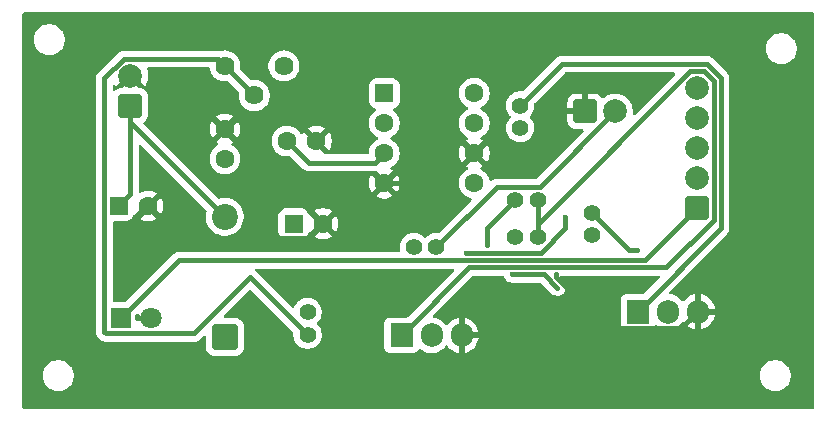
<source format=gbr>
%TF.GenerationSoftware,KiCad,Pcbnew,9.0.6*%
%TF.CreationDate,2025-12-16T12:20:02+05:30*%
%TF.ProjectId,MINI INVERTER,4d494e49-2049-44e5-9645-525445522e6b,rev?*%
%TF.SameCoordinates,Original*%
%TF.FileFunction,Copper,L2,Bot*%
%TF.FilePolarity,Positive*%
%FSLAX46Y46*%
G04 Gerber Fmt 4.6, Leading zero omitted, Abs format (unit mm)*
G04 Created by KiCad (PCBNEW 9.0.6) date 2025-12-16 12:20:02*
%MOMM*%
%LPD*%
G01*
G04 APERTURE LIST*
G04 Aperture macros list*
%AMRoundRect*
0 Rectangle with rounded corners*
0 $1 Rounding radius*
0 $2 $3 $4 $5 $6 $7 $8 $9 X,Y pos of 4 corners*
0 Add a 4 corners polygon primitive as box body*
4,1,4,$2,$3,$4,$5,$6,$7,$8,$9,$2,$3,0*
0 Add four circle primitives for the rounded corners*
1,1,$1+$1,$2,$3*
1,1,$1+$1,$4,$5*
1,1,$1+$1,$6,$7*
1,1,$1+$1,$8,$9*
0 Add four rect primitives between the rounded corners*
20,1,$1+$1,$2,$3,$4,$5,0*
20,1,$1+$1,$4,$5,$6,$7,0*
20,1,$1+$1,$6,$7,$8,$9,0*
20,1,$1+$1,$8,$9,$2,$3,0*%
G04 Aperture macros list end*
%TA.AperFunction,ComponentPad*%
%ADD10RoundRect,0.250000X-0.550000X-0.550000X0.550000X-0.550000X0.550000X0.550000X-0.550000X0.550000X0*%
%TD*%
%TA.AperFunction,ComponentPad*%
%ADD11C,1.600000*%
%TD*%
%TA.AperFunction,ComponentPad*%
%ADD12C,1.400000*%
%TD*%
%TA.AperFunction,ComponentPad*%
%ADD13RoundRect,0.249999X0.850001X-0.850001X0.850001X0.850001X-0.850001X0.850001X-0.850001X-0.850001X0*%
%TD*%
%TA.AperFunction,ComponentPad*%
%ADD14C,2.200000*%
%TD*%
%TA.AperFunction,ComponentPad*%
%ADD15R,1.905000X2.000000*%
%TD*%
%TA.AperFunction,ComponentPad*%
%ADD16O,1.905000X2.000000*%
%TD*%
%TA.AperFunction,ComponentPad*%
%ADD17RoundRect,0.250000X-0.750000X-0.750000X0.750000X-0.750000X0.750000X0.750000X-0.750000X0.750000X0*%
%TD*%
%TA.AperFunction,ComponentPad*%
%ADD18C,2.000000*%
%TD*%
%TA.AperFunction,ComponentPad*%
%ADD19C,1.620000*%
%TD*%
%TA.AperFunction,ComponentPad*%
%ADD20RoundRect,0.250000X0.750000X-0.750000X0.750000X0.750000X-0.750000X0.750000X-0.750000X-0.750000X0*%
%TD*%
%TA.AperFunction,ComponentPad*%
%ADD21R,1.800000X1.800000*%
%TD*%
%TA.AperFunction,ComponentPad*%
%ADD22C,1.800000*%
%TD*%
%TA.AperFunction,ViaPad*%
%ADD23C,0.400000*%
%TD*%
%TA.AperFunction,Conductor*%
%ADD24C,0.400000*%
%TD*%
G04 APERTURE END LIST*
D10*
%TO.P,C3,1*%
%TO.N,INPUT*%
X113639621Y-84930000D03*
D11*
%TO.P,C3,2*%
%TO.N,GND*%
X116139621Y-84930000D03*
%TD*%
%TO.P,C1,1*%
%TO.N,Net-(BT1-+)*%
X107822000Y-79430000D03*
%TO.P,C1,2*%
%TO.N,GND*%
X107822000Y-76930000D03*
%TD*%
D12*
%TO.P,R5,1*%
%TO.N,Net-(U1-LO)*%
X132822000Y-76835000D03*
%TO.P,R5,2*%
%TO.N,Net-(Q2-G)*%
X132822000Y-74935000D03*
%TD*%
%TO.P,R6,1*%
%TO.N,Net-(R3-Pad1)*%
X138922000Y-85930000D03*
%TO.P,R6,2*%
%TO.N,Net-(Q2-G)*%
X138922000Y-84030000D03*
%TD*%
%TO.P,R1,1*%
%TO.N,Net-(R1-Pad1)*%
X114822000Y-94330000D03*
%TO.P,R1,2*%
%TO.N,Net-(U1-RT)*%
X114822000Y-92430000D03*
%TD*%
D13*
%TO.P,D1,1,K*%
%TO.N,INPUT*%
X107822000Y-94510000D03*
D14*
%TO.P,D1,2,A*%
%TO.N,Net-(BT1-+)*%
X107822000Y-84350000D03*
%TD*%
D15*
%TO.P,Q2,1,G*%
%TO.N,Net-(Q2-G)*%
X142782000Y-92380000D03*
D16*
%TO.P,Q2,2,D*%
%TO.N,OUTPUT 3*%
X145322000Y-92380000D03*
%TO.P,Q2,3,S*%
%TO.N,GND*%
X147862000Y-92380000D03*
%TD*%
D10*
%TO.P,C2,1*%
%TO.N,Net-(BT1-+)*%
X98822000Y-83430000D03*
D11*
%TO.P,C2,2*%
%TO.N,GND*%
X101322000Y-83430000D03*
%TD*%
D17*
%TO.P,D2,1,K*%
%TO.N,GND*%
X138322000Y-75430000D03*
D18*
%TO.P,D2,2,A*%
%TO.N,Net-(D2-A)*%
X140862000Y-75430000D03*
%TD*%
D11*
%TO.P,C4,1*%
%TO.N,Net-(U1-CT)*%
X113072000Y-77930000D03*
%TO.P,C4,2*%
%TO.N,GND*%
X115572000Y-77930000D03*
%TD*%
D12*
%TO.P,R3,1*%
%TO.N,Net-(R3-Pad1)*%
X132422000Y-82930000D03*
%TO.P,R3,2*%
%TO.N,Net-(Q1-G)*%
X134322000Y-82930000D03*
%TD*%
D19*
%TO.P,RV1,1,1*%
%TO.N,Net-(U1-CT)*%
X112822000Y-71580000D03*
%TO.P,RV1,2,2*%
%TO.N,Net-(R1-Pad1)*%
X110322000Y-74080000D03*
%TO.P,RV1,3,3*%
X107822000Y-71580000D03*
%TD*%
D10*
%TO.P,U1,1,VCC*%
%TO.N,INPUT*%
X121322000Y-73890000D03*
D11*
%TO.P,U1,2,RT*%
%TO.N,Net-(U1-RT)*%
X121322000Y-76430000D03*
%TO.P,U1,3,CT*%
%TO.N,Net-(U1-CT)*%
X121322000Y-78970000D03*
%TO.P,U1,4,COM*%
%TO.N,GND*%
X121322000Y-81510000D03*
%TO.P,U1,5,LO*%
%TO.N,Net-(U1-LO)*%
X128942000Y-81510000D03*
%TO.P,U1,6,VS*%
%TO.N,GND*%
X128942000Y-78970000D03*
%TO.P,U1,7,HO*%
%TO.N,Net-(U1-HO)*%
X128942000Y-76430000D03*
%TO.P,U1,8,VB*%
%TO.N,INPUT*%
X128942000Y-73890000D03*
%TD*%
D12*
%TO.P,R4,1*%
%TO.N,Net-(U1-HO)*%
X132422000Y-86080000D03*
%TO.P,R4,2*%
%TO.N,Net-(Q1-G)*%
X134322000Y-86080000D03*
%TD*%
D20*
%TO.P,BT1,1,+*%
%TO.N,Net-(BT1-+)*%
X99822000Y-74930000D03*
D18*
%TO.P,BT1,2,-*%
%TO.N,GND*%
X99822000Y-72390000D03*
%TD*%
D12*
%TO.P,R2,1*%
%TO.N,INPUT*%
X123822000Y-86930000D03*
%TO.P,R2,2*%
%TO.N,Net-(D2-A)*%
X125722000Y-86930000D03*
%TD*%
D20*
%TO.P,T1,1,AA*%
%TO.N,Net-(D3-K)*%
X147822000Y-83590000D03*
D18*
%TO.P,T1,2,AB*%
%TO.N,Net-(D3-A)*%
X147822000Y-81050000D03*
%TO.P,T1,3,SA*%
%TO.N,OUTPUT 1*%
X147822000Y-78510000D03*
%TO.P,T1,4,SC*%
%TO.N,INPUT*%
X147822000Y-75970000D03*
%TO.P,T1,5,SB*%
%TO.N,OUTPUT 3*%
X147822000Y-73430000D03*
%TD*%
D21*
%TO.P,D3,1,K*%
%TO.N,Net-(D3-K)*%
X99047000Y-92930000D03*
D22*
%TO.P,D3,2,A*%
%TO.N,Net-(D3-A)*%
X101587000Y-92930000D03*
%TD*%
D15*
%TO.P,Q1,1,G*%
%TO.N,Net-(Q1-G)*%
X122782000Y-94380000D03*
D16*
%TO.P,Q1,2,D*%
%TO.N,OUTPUT 1*%
X125322000Y-94380000D03*
%TO.P,Q1,3,S*%
%TO.N,GND*%
X127862000Y-94380000D03*
%TD*%
D23*
%TO.N,GND*%
X135890000Y-89408000D03*
%TO.N,OUTPUT 1*%
X136652000Y-84328000D03*
X128270000Y-87376000D03*
%TO.N,Net-(Q2-G)*%
X142748000Y-87122000D03*
%TO.N,Net-(R3-Pad1)*%
X130048000Y-86776000D03*
X135973735Y-90340265D03*
X132159735Y-89233735D03*
%TD*%
D24*
%TO.N,Net-(BT1-+)*%
X99822000Y-74930000D02*
X99822000Y-76350000D01*
X99822000Y-76350000D02*
X107822000Y-84350000D01*
X99822000Y-82430000D02*
X98822000Y-83430000D01*
X99822000Y-74930000D02*
X99822000Y-82430000D01*
%TO.N,GND*%
X147862000Y-92380000D02*
X146461000Y-93781000D01*
X140263000Y-93781000D02*
X135890000Y-89408000D01*
X104023000Y-86131000D02*
X114938621Y-86131000D01*
X146461000Y-93781000D02*
X140263000Y-93781000D01*
X126402000Y-81510000D02*
X128942000Y-78970000D01*
X121322000Y-81510000D02*
X126402000Y-81510000D01*
X114938621Y-86131000D02*
X116139621Y-84930000D01*
X108621999Y-76130001D02*
X113772001Y-76130001D01*
X113772001Y-76130001D02*
X115572000Y-77930000D01*
X101322000Y-83430000D02*
X104023000Y-86131000D01*
X135890000Y-89408000D02*
X135890000Y-89233000D01*
X107822000Y-76930000D02*
X108621999Y-76130001D01*
%TO.N,Net-(U1-CT)*%
X121322000Y-78970000D02*
X120522001Y-79769999D01*
X120522001Y-79769999D02*
X114911999Y-79769999D01*
X114911999Y-79769999D02*
X113072000Y-77930000D01*
%TO.N,Net-(D2-A)*%
X125722000Y-86930000D02*
X130823000Y-81829000D01*
X134463000Y-81829000D02*
X140862000Y-75430000D01*
X130823000Y-81829000D02*
X134463000Y-81829000D01*
%TO.N,Net-(D3-A)*%
X100364000Y-92930000D02*
X100348000Y-92946000D01*
X100348000Y-92946000D02*
X100348000Y-92710000D01*
X101587000Y-92930000D02*
X100364000Y-92930000D01*
%TO.N,Net-(D3-K)*%
X103946000Y-88031000D02*
X143381000Y-88031000D01*
X143381000Y-88031000D02*
X147822000Y-83590000D01*
X99047000Y-92930000D02*
X103946000Y-88031000D01*
%TO.N,Net-(Q1-G)*%
X134322000Y-86080000D02*
X134322000Y-84948686D01*
X149223000Y-84616580D02*
X145207580Y-88632000D01*
X134322000Y-86080000D02*
X134322000Y-82930000D01*
X149223000Y-72849686D02*
X149223000Y-84616580D01*
X128530000Y-88632000D02*
X122782000Y-94380000D01*
X145207580Y-88632000D02*
X128530000Y-88632000D01*
X148402314Y-72029000D02*
X149223000Y-72849686D01*
X147241686Y-72029000D02*
X148402314Y-72029000D01*
X134322000Y-84948686D02*
X147241686Y-72029000D01*
%TO.N,OUTPUT 1*%
X134583050Y-87376000D02*
X128270000Y-87376000D01*
X136652000Y-85307050D02*
X134583050Y-87376000D01*
X136652000Y-84328000D02*
X136652000Y-85307050D01*
%TO.N,Net-(Q2-G)*%
X136329000Y-71428000D02*
X132822000Y-74935000D01*
X149824000Y-85338000D02*
X149824000Y-72600744D01*
X142782000Y-92380000D02*
X149824000Y-85338000D01*
X148651256Y-71428000D02*
X136329000Y-71428000D01*
X142748000Y-87122000D02*
X142014000Y-87122000D01*
X149824000Y-72600744D02*
X148651256Y-71428000D01*
X142014000Y-87122000D02*
X138922000Y-84030000D01*
%TO.N,Net-(R1-Pad1)*%
X97621000Y-94106000D02*
X97621000Y-72609686D01*
X114822000Y-94330000D02*
X109982000Y-89490000D01*
X97621000Y-72609686D02*
X99241686Y-70989000D01*
X109982000Y-89490000D02*
X105241000Y-94231000D01*
X107231000Y-70989000D02*
X110322000Y-74080000D01*
X99241686Y-70989000D02*
X107231000Y-70989000D01*
X107822000Y-71580000D02*
X110322000Y-74080000D01*
X97746000Y-94231000D02*
X97621000Y-94106000D01*
X105241000Y-94231000D02*
X97746000Y-94231000D01*
%TO.N,Net-(R3-Pad1)*%
X134867205Y-89233735D02*
X135973735Y-90340265D01*
X130048000Y-85304000D02*
X130048000Y-86776000D01*
X132422000Y-82930000D02*
X130048000Y-85304000D01*
X132159735Y-89233735D02*
X134867205Y-89233735D01*
%TD*%
%TA.AperFunction,Conductor*%
%TO.N,GND*%
G36*
X99262889Y-72621591D02*
G01*
X99341881Y-72758408D01*
X99453592Y-72870119D01*
X99590409Y-72949111D01*
X99610940Y-72954612D01*
X99172371Y-73393181D01*
X99111048Y-73426666D01*
X99084692Y-73429500D01*
X99021999Y-73429500D01*
X99021980Y-73429501D01*
X98919203Y-73440000D01*
X98919200Y-73440001D01*
X98752668Y-73495185D01*
X98752663Y-73495187D01*
X98603342Y-73587289D01*
X98533181Y-73657451D01*
X98471858Y-73690936D01*
X98402166Y-73685952D01*
X98346233Y-73644080D01*
X98321816Y-73578616D01*
X98321500Y-73569770D01*
X98321500Y-73258324D01*
X98341185Y-73191285D01*
X98393989Y-73145530D01*
X98463147Y-73135586D01*
X98526703Y-73164611D01*
X98545818Y-73185439D01*
X98599339Y-73259104D01*
X98599340Y-73259105D01*
X99257387Y-72601058D01*
X99262889Y-72621591D01*
G37*
%TD.AperFunction*%
%TA.AperFunction,Conductor*%
G36*
X157684539Y-67068185D02*
G01*
X157730294Y-67120989D01*
X157741500Y-67172500D01*
X157741500Y-100467500D01*
X157721815Y-100534539D01*
X157669011Y-100580294D01*
X157617500Y-100591500D01*
X92665703Y-100591500D01*
X92665235Y-100591499D01*
X90800606Y-100584462D01*
X90733641Y-100564525D01*
X90688086Y-100511548D01*
X90677078Y-100461395D01*
X90670504Y-99587032D01*
X90670500Y-99586100D01*
X90670500Y-97687648D01*
X92425500Y-97687648D01*
X92425500Y-97892351D01*
X92457522Y-98094534D01*
X92520781Y-98289223D01*
X92613715Y-98471613D01*
X92734028Y-98637213D01*
X92878786Y-98781971D01*
X93033749Y-98894556D01*
X93044390Y-98902287D01*
X93160607Y-98961503D01*
X93226776Y-98995218D01*
X93226778Y-98995218D01*
X93226781Y-98995220D01*
X93331137Y-99029127D01*
X93421465Y-99058477D01*
X93522557Y-99074488D01*
X93623648Y-99090500D01*
X93623649Y-99090500D01*
X93828351Y-99090500D01*
X93828352Y-99090500D01*
X94030534Y-99058477D01*
X94225219Y-98995220D01*
X94407610Y-98902287D01*
X94500590Y-98834732D01*
X94573213Y-98781971D01*
X94573215Y-98781968D01*
X94573219Y-98781966D01*
X94717966Y-98637219D01*
X94717968Y-98637215D01*
X94717971Y-98637213D01*
X94770732Y-98564590D01*
X94838287Y-98471610D01*
X94931220Y-98289219D01*
X94994477Y-98094534D01*
X95026500Y-97892352D01*
X95026500Y-97687648D01*
X153131500Y-97687648D01*
X153131500Y-97892351D01*
X153163522Y-98094534D01*
X153226781Y-98289223D01*
X153319715Y-98471613D01*
X153440028Y-98637213D01*
X153584786Y-98781971D01*
X153739749Y-98894556D01*
X153750390Y-98902287D01*
X153866607Y-98961503D01*
X153932776Y-98995218D01*
X153932778Y-98995218D01*
X153932781Y-98995220D01*
X154037137Y-99029127D01*
X154127465Y-99058477D01*
X154228557Y-99074488D01*
X154329648Y-99090500D01*
X154329649Y-99090500D01*
X154534351Y-99090500D01*
X154534352Y-99090500D01*
X154736534Y-99058477D01*
X154931219Y-98995220D01*
X155113610Y-98902287D01*
X155206590Y-98834732D01*
X155279213Y-98781971D01*
X155279215Y-98781968D01*
X155279219Y-98781966D01*
X155423966Y-98637219D01*
X155423968Y-98637215D01*
X155423971Y-98637213D01*
X155476732Y-98564590D01*
X155544287Y-98471610D01*
X155637220Y-98289219D01*
X155700477Y-98094534D01*
X155732500Y-97892352D01*
X155732500Y-97687648D01*
X155700477Y-97485466D01*
X155637220Y-97290781D01*
X155637218Y-97290778D01*
X155637218Y-97290776D01*
X155603503Y-97224607D01*
X155544287Y-97108390D01*
X155536556Y-97097749D01*
X155423971Y-96942786D01*
X155279213Y-96798028D01*
X155113613Y-96677715D01*
X155113612Y-96677714D01*
X155113610Y-96677713D01*
X155056653Y-96648691D01*
X154931223Y-96584781D01*
X154736534Y-96521522D01*
X154561995Y-96493878D01*
X154534352Y-96489500D01*
X154329648Y-96489500D01*
X154305329Y-96493351D01*
X154127465Y-96521522D01*
X153932776Y-96584781D01*
X153750386Y-96677715D01*
X153584786Y-96798028D01*
X153440028Y-96942786D01*
X153319715Y-97108386D01*
X153226781Y-97290776D01*
X153163522Y-97485465D01*
X153131500Y-97687648D01*
X95026500Y-97687648D01*
X94994477Y-97485466D01*
X94931220Y-97290781D01*
X94931218Y-97290778D01*
X94931218Y-97290776D01*
X94897503Y-97224607D01*
X94838287Y-97108390D01*
X94830556Y-97097749D01*
X94717971Y-96942786D01*
X94573213Y-96798028D01*
X94407613Y-96677715D01*
X94407612Y-96677714D01*
X94407610Y-96677713D01*
X94350653Y-96648691D01*
X94225223Y-96584781D01*
X94030534Y-96521522D01*
X93855995Y-96493878D01*
X93828352Y-96489500D01*
X93623648Y-96489500D01*
X93599329Y-96493351D01*
X93421465Y-96521522D01*
X93226776Y-96584781D01*
X93044386Y-96677715D01*
X92878786Y-96798028D01*
X92734028Y-96942786D01*
X92613715Y-97108386D01*
X92520781Y-97290776D01*
X92457522Y-97485465D01*
X92425500Y-97687648D01*
X90670500Y-97687648D01*
X90670500Y-94174996D01*
X96920499Y-94174996D01*
X96947418Y-94310322D01*
X96947421Y-94310332D01*
X97000222Y-94437807D01*
X97076887Y-94552545D01*
X97299454Y-94775112D01*
X97414192Y-94851777D01*
X97541667Y-94904578D01*
X97541672Y-94904580D01*
X97541676Y-94904580D01*
X97541677Y-94904581D01*
X97677003Y-94931500D01*
X97677006Y-94931500D01*
X105309996Y-94931500D01*
X105401040Y-94913389D01*
X105445328Y-94904580D01*
X105509069Y-94878177D01*
X105572807Y-94851777D01*
X105572808Y-94851776D01*
X105572811Y-94851775D01*
X105687543Y-94775114D01*
X106009821Y-94452835D01*
X106071142Y-94419352D01*
X106140833Y-94424336D01*
X106196767Y-94466207D01*
X106221184Y-94531672D01*
X106221500Y-94540518D01*
X106221500Y-95410017D01*
X106232000Y-95512796D01*
X106259062Y-95594462D01*
X106287186Y-95679335D01*
X106379288Y-95828656D01*
X106503344Y-95952712D01*
X106652665Y-96044814D01*
X106819202Y-96099999D01*
X106921990Y-96110500D01*
X106921995Y-96110500D01*
X108722005Y-96110500D01*
X108722010Y-96110500D01*
X108824798Y-96099999D01*
X108991335Y-96044814D01*
X109140656Y-95952712D01*
X109264712Y-95828656D01*
X109356814Y-95679335D01*
X109411999Y-95512798D01*
X109422500Y-95410010D01*
X109422500Y-93609990D01*
X109411999Y-93507202D01*
X109356814Y-93340665D01*
X109264712Y-93191344D01*
X109140656Y-93067288D01*
X109047890Y-93010070D01*
X108991337Y-92975187D01*
X108991332Y-92975185D01*
X108989863Y-92974698D01*
X108824798Y-92920001D01*
X108824796Y-92920000D01*
X108722017Y-92909500D01*
X108722010Y-92909500D01*
X107852519Y-92909500D01*
X107785480Y-92889815D01*
X107739725Y-92837011D01*
X107729781Y-92767853D01*
X107758806Y-92704297D01*
X107764838Y-92697819D01*
X109324992Y-91137664D01*
X109894318Y-90568336D01*
X109955641Y-90534852D01*
X110025333Y-90539836D01*
X110069680Y-90568337D01*
X113592597Y-94091254D01*
X113626082Y-94152577D01*
X113627389Y-94198333D01*
X113621500Y-94235513D01*
X113621500Y-94424486D01*
X113651059Y-94611118D01*
X113709454Y-94790836D01*
X113780362Y-94930000D01*
X113795240Y-94959199D01*
X113906310Y-95112073D01*
X114039927Y-95245690D01*
X114192801Y-95356760D01*
X114268540Y-95395351D01*
X114361163Y-95442545D01*
X114361165Y-95442545D01*
X114361168Y-95442547D01*
X114457497Y-95473846D01*
X114540881Y-95500940D01*
X114727514Y-95530500D01*
X114727519Y-95530500D01*
X114916486Y-95530500D01*
X115103118Y-95500940D01*
X115144534Y-95487483D01*
X115282832Y-95442547D01*
X115451199Y-95356760D01*
X115604073Y-95245690D01*
X115737690Y-95112073D01*
X115848760Y-94959199D01*
X115934547Y-94790832D01*
X115992940Y-94611118D01*
X116005523Y-94531672D01*
X116022500Y-94424486D01*
X116022500Y-94235513D01*
X115992940Y-94048881D01*
X115938229Y-93880500D01*
X115934547Y-93869168D01*
X115934545Y-93869165D01*
X115934545Y-93869163D01*
X115848759Y-93700800D01*
X115826539Y-93670217D01*
X115737690Y-93547927D01*
X115657444Y-93467681D01*
X115623959Y-93406358D01*
X115628943Y-93336666D01*
X115657444Y-93292319D01*
X115691812Y-93257951D01*
X115737690Y-93212073D01*
X115848760Y-93059199D01*
X115934547Y-92890832D01*
X115992940Y-92711118D01*
X115995046Y-92697819D01*
X116022500Y-92524486D01*
X116022500Y-92335513D01*
X115992940Y-92148881D01*
X115962775Y-92056045D01*
X115934547Y-91969168D01*
X115934545Y-91969165D01*
X115934545Y-91969163D01*
X115889290Y-91880347D01*
X115848760Y-91800801D01*
X115737690Y-91647927D01*
X115604073Y-91514310D01*
X115451199Y-91403240D01*
X115417228Y-91385931D01*
X115282836Y-91317454D01*
X115103118Y-91259059D01*
X114916486Y-91229500D01*
X114916481Y-91229500D01*
X114727519Y-91229500D01*
X114727514Y-91229500D01*
X114540881Y-91259059D01*
X114361163Y-91317454D01*
X114192800Y-91403240D01*
X114138204Y-91442907D01*
X114039927Y-91514310D01*
X114039925Y-91514312D01*
X114039924Y-91514312D01*
X113906312Y-91647924D01*
X113906312Y-91647925D01*
X113906310Y-91647927D01*
X113858610Y-91713579D01*
X113795240Y-91800800D01*
X113709453Y-91969167D01*
X113708798Y-91971183D01*
X113708342Y-91971849D01*
X113707592Y-91973661D01*
X113707211Y-91973503D01*
X113669354Y-92028854D01*
X113604992Y-92056045D01*
X113536147Y-92044123D01*
X113503190Y-92020533D01*
X110425839Y-88943181D01*
X110392354Y-88881858D01*
X110397338Y-88812166D01*
X110439210Y-88756233D01*
X110504674Y-88731816D01*
X110513520Y-88731500D01*
X127140481Y-88731500D01*
X127207520Y-88751185D01*
X127253275Y-88803989D01*
X127263219Y-88873147D01*
X127234194Y-88936703D01*
X127228162Y-88943181D01*
X123328160Y-92843181D01*
X123266837Y-92876666D01*
X123240479Y-92879500D01*
X121781629Y-92879500D01*
X121781623Y-92879501D01*
X121722016Y-92885908D01*
X121587171Y-92936202D01*
X121587164Y-92936206D01*
X121471955Y-93022452D01*
X121471952Y-93022455D01*
X121385706Y-93137664D01*
X121385702Y-93137671D01*
X121335408Y-93272517D01*
X121329001Y-93332116D01*
X121329000Y-93332135D01*
X121329000Y-95427870D01*
X121329001Y-95427876D01*
X121335408Y-95487483D01*
X121385702Y-95622328D01*
X121385706Y-95622335D01*
X121471952Y-95737544D01*
X121471955Y-95737547D01*
X121587164Y-95823793D01*
X121587171Y-95823797D01*
X121722017Y-95874091D01*
X121722016Y-95874091D01*
X121728944Y-95874835D01*
X121781627Y-95880500D01*
X123782372Y-95880499D01*
X123841983Y-95874091D01*
X123976831Y-95823796D01*
X124092046Y-95737546D01*
X124178296Y-95622331D01*
X124188690Y-95594460D01*
X124230560Y-95538527D01*
X124296023Y-95514108D01*
X124364297Y-95528958D01*
X124377746Y-95537465D01*
X124560462Y-95670217D01*
X124692599Y-95737544D01*
X124764244Y-95774049D01*
X124981751Y-95844721D01*
X124981752Y-95844721D01*
X124981755Y-95844722D01*
X125207646Y-95880500D01*
X125207647Y-95880500D01*
X125436353Y-95880500D01*
X125436354Y-95880500D01*
X125662245Y-95844722D01*
X125662248Y-95844721D01*
X125662249Y-95844721D01*
X125879755Y-95774049D01*
X125879755Y-95774048D01*
X125879758Y-95774048D01*
X126083538Y-95670217D01*
X126268566Y-95535786D01*
X126430286Y-95374066D01*
X126491992Y-95289134D01*
X126547319Y-95246470D01*
X126616932Y-95240491D01*
X126678727Y-95273096D01*
X126692626Y-95289135D01*
X126754097Y-95373741D01*
X126754097Y-95373742D01*
X126915757Y-95535402D01*
X127100723Y-95669788D01*
X127304429Y-95773582D01*
X127521871Y-95844234D01*
X127612000Y-95858509D01*
X127612000Y-94870747D01*
X127649708Y-94892518D01*
X127789591Y-94930000D01*
X127934409Y-94930000D01*
X128074292Y-94892518D01*
X128112000Y-94870747D01*
X128112000Y-95858508D01*
X128202128Y-95844234D01*
X128419570Y-95773582D01*
X128623276Y-95669788D01*
X128808242Y-95535402D01*
X128969902Y-95373742D01*
X129104288Y-95188776D01*
X129208082Y-94985070D01*
X129278734Y-94767628D01*
X129300532Y-94630000D01*
X128352748Y-94630000D01*
X128374518Y-94592292D01*
X128412000Y-94452409D01*
X128412000Y-94307591D01*
X128374518Y-94167708D01*
X128352748Y-94130000D01*
X129300532Y-94130000D01*
X129278734Y-93992371D01*
X129208082Y-93774929D01*
X129104288Y-93571223D01*
X128969902Y-93386257D01*
X128808242Y-93224597D01*
X128623276Y-93090211D01*
X128419568Y-92986417D01*
X128202124Y-92915765D01*
X128112000Y-92901490D01*
X128112000Y-93889252D01*
X128074292Y-93867482D01*
X127934409Y-93830000D01*
X127789591Y-93830000D01*
X127649708Y-93867482D01*
X127612000Y-93889252D01*
X127612000Y-92901490D01*
X127611999Y-92901490D01*
X127521875Y-92915765D01*
X127304431Y-92986417D01*
X127100723Y-93090211D01*
X126915757Y-93224597D01*
X126754097Y-93386257D01*
X126692627Y-93470864D01*
X126637297Y-93513529D01*
X126567684Y-93519508D01*
X126505889Y-93486902D01*
X126491991Y-93470864D01*
X126430286Y-93385934D01*
X126268566Y-93224214D01*
X126083538Y-93089783D01*
X126039389Y-93067288D01*
X125879755Y-92985950D01*
X125662248Y-92915278D01*
X125535836Y-92895256D01*
X125472702Y-92865326D01*
X125435771Y-92806015D01*
X125436769Y-92736152D01*
X125467552Y-92685104D01*
X128783838Y-89368819D01*
X128845161Y-89335334D01*
X128871519Y-89332500D01*
X131363393Y-89332500D01*
X131430432Y-89352185D01*
X131476187Y-89404989D01*
X131485010Y-89432309D01*
X131486153Y-89438055D01*
X131486156Y-89438067D01*
X131538956Y-89565539D01*
X131538963Y-89565552D01*
X131615620Y-89680276D01*
X131615623Y-89680280D01*
X131713189Y-89777846D01*
X131713193Y-89777849D01*
X131827917Y-89854506D01*
X131827930Y-89854513D01*
X131922583Y-89893719D01*
X131955407Y-89907315D01*
X131955411Y-89907315D01*
X131955412Y-89907316D01*
X132090739Y-89934235D01*
X132090742Y-89934235D01*
X134525686Y-89934235D01*
X134592725Y-89953920D01*
X134613367Y-89970554D01*
X135527188Y-90884376D01*
X135527189Y-90884377D01*
X135641927Y-90961042D01*
X135769402Y-91013843D01*
X135769407Y-91013845D01*
X135769411Y-91013845D01*
X135769412Y-91013846D01*
X135904738Y-91040765D01*
X135904741Y-91040765D01*
X136042731Y-91040765D01*
X136134794Y-91022452D01*
X136178064Y-91013845D01*
X136305546Y-90961040D01*
X136420278Y-90884379D01*
X136517849Y-90786808D01*
X136594510Y-90672076D01*
X136647315Y-90544594D01*
X136674235Y-90409259D01*
X136674235Y-90271271D01*
X136674235Y-90271268D01*
X136647316Y-90135942D01*
X136647315Y-90135941D01*
X136647315Y-90135937D01*
X136647313Y-90135932D01*
X136594512Y-90008457D01*
X136517847Y-89893719D01*
X136517846Y-89893718D01*
X136168308Y-89544181D01*
X136134823Y-89482858D01*
X136139807Y-89413167D01*
X136181678Y-89357233D01*
X136247143Y-89332816D01*
X136255989Y-89332500D01*
X144539481Y-89332500D01*
X144606520Y-89352185D01*
X144652275Y-89404989D01*
X144662219Y-89474147D01*
X144633194Y-89537703D01*
X144627162Y-89544181D01*
X143328160Y-90843181D01*
X143266837Y-90876666D01*
X143240479Y-90879500D01*
X141781629Y-90879500D01*
X141781623Y-90879501D01*
X141722016Y-90885908D01*
X141587171Y-90936202D01*
X141587164Y-90936206D01*
X141471955Y-91022452D01*
X141471952Y-91022455D01*
X141385706Y-91137664D01*
X141385702Y-91137671D01*
X141335408Y-91272517D01*
X141329001Y-91332116D01*
X141329000Y-91332135D01*
X141329000Y-93427870D01*
X141329001Y-93427876D01*
X141335408Y-93487483D01*
X141385702Y-93622328D01*
X141385706Y-93622335D01*
X141471952Y-93737544D01*
X141471955Y-93737547D01*
X141587164Y-93823793D01*
X141587171Y-93823797D01*
X141722017Y-93874091D01*
X141722016Y-93874091D01*
X141728944Y-93874835D01*
X141781627Y-93880500D01*
X143782372Y-93880499D01*
X143841983Y-93874091D01*
X143976831Y-93823796D01*
X144092046Y-93737546D01*
X144178296Y-93622331D01*
X144188690Y-93594460D01*
X144230560Y-93538527D01*
X144296023Y-93514108D01*
X144364297Y-93528958D01*
X144377746Y-93537465D01*
X144560462Y-93670217D01*
X144620485Y-93700800D01*
X144764244Y-93774049D01*
X144981751Y-93844721D01*
X144981752Y-93844721D01*
X144981755Y-93844722D01*
X145207646Y-93880500D01*
X145207647Y-93880500D01*
X145436353Y-93880500D01*
X145436354Y-93880500D01*
X145662245Y-93844722D01*
X145662248Y-93844721D01*
X145662249Y-93844721D01*
X145879755Y-93774049D01*
X145879755Y-93774048D01*
X145879758Y-93774048D01*
X146083538Y-93670217D01*
X146268566Y-93535786D01*
X146430286Y-93374066D01*
X146491992Y-93289134D01*
X146547319Y-93246470D01*
X146616932Y-93240491D01*
X146678727Y-93273096D01*
X146692626Y-93289135D01*
X146754097Y-93373741D01*
X146754097Y-93373742D01*
X146915757Y-93535402D01*
X147100723Y-93669788D01*
X147304429Y-93773582D01*
X147521871Y-93844234D01*
X147612000Y-93858509D01*
X147612000Y-92870747D01*
X147649708Y-92892518D01*
X147789591Y-92930000D01*
X147934409Y-92930000D01*
X148074292Y-92892518D01*
X148112000Y-92870747D01*
X148112000Y-93858508D01*
X148202128Y-93844234D01*
X148419570Y-93773582D01*
X148623276Y-93669788D01*
X148808242Y-93535402D01*
X148969902Y-93373742D01*
X149104288Y-93188776D01*
X149208082Y-92985070D01*
X149278734Y-92767628D01*
X149300532Y-92630000D01*
X148352748Y-92630000D01*
X148374518Y-92592292D01*
X148412000Y-92452409D01*
X148412000Y-92307591D01*
X148374518Y-92167708D01*
X148352748Y-92130000D01*
X149300532Y-92130000D01*
X149278734Y-91992371D01*
X149208082Y-91774929D01*
X149104288Y-91571223D01*
X148969902Y-91386257D01*
X148808242Y-91224597D01*
X148623276Y-91090211D01*
X148419568Y-90986417D01*
X148202124Y-90915765D01*
X148112000Y-90901490D01*
X148112000Y-91889252D01*
X148074292Y-91867482D01*
X147934409Y-91830000D01*
X147789591Y-91830000D01*
X147649708Y-91867482D01*
X147612000Y-91889252D01*
X147612000Y-90901490D01*
X147611999Y-90901490D01*
X147521875Y-90915765D01*
X147304431Y-90986417D01*
X147100723Y-91090211D01*
X146915757Y-91224597D01*
X146754097Y-91386257D01*
X146692627Y-91470864D01*
X146637297Y-91513529D01*
X146567684Y-91519508D01*
X146505889Y-91486902D01*
X146491991Y-91470864D01*
X146430286Y-91385934D01*
X146268566Y-91224214D01*
X146083538Y-91089783D01*
X145987335Y-91040765D01*
X145879755Y-90985950D01*
X145662248Y-90915278D01*
X145535836Y-90895256D01*
X145472702Y-90865326D01*
X145435771Y-90806015D01*
X145436769Y-90736152D01*
X145467552Y-90685104D01*
X150368114Y-85784543D01*
X150444775Y-85669811D01*
X150450529Y-85655921D01*
X150497578Y-85542332D01*
X150497580Y-85542328D01*
X150512133Y-85469168D01*
X150524500Y-85406996D01*
X150524500Y-72531748D01*
X150497581Y-72396421D01*
X150497580Y-72396420D01*
X150497580Y-72396416D01*
X150471604Y-72333703D01*
X150444778Y-72268939D01*
X150444771Y-72268926D01*
X150368115Y-72154203D01*
X150342412Y-72128500D01*
X150270542Y-72056630D01*
X149995889Y-71781977D01*
X149097802Y-70883888D01*
X149097801Y-70883887D01*
X148983063Y-70807222D01*
X148855588Y-70754421D01*
X148855578Y-70754418D01*
X148720252Y-70727500D01*
X148720250Y-70727500D01*
X148720249Y-70727500D01*
X136397994Y-70727500D01*
X136260006Y-70727500D01*
X136260004Y-70727500D01*
X136124677Y-70754418D01*
X136124667Y-70754421D01*
X135997192Y-70807222D01*
X135882454Y-70883887D01*
X133060745Y-73705596D01*
X132999422Y-73739081D01*
X132953668Y-73740389D01*
X132916483Y-73734500D01*
X132916481Y-73734500D01*
X132727519Y-73734500D01*
X132727514Y-73734500D01*
X132540881Y-73764059D01*
X132361163Y-73822454D01*
X132192800Y-73908240D01*
X132148407Y-73940494D01*
X132039927Y-74019310D01*
X132039925Y-74019312D01*
X132039924Y-74019312D01*
X131906312Y-74152924D01*
X131906312Y-74152925D01*
X131906310Y-74152927D01*
X131860170Y-74216433D01*
X131795240Y-74305800D01*
X131709454Y-74474163D01*
X131651059Y-74653881D01*
X131621500Y-74840513D01*
X131621500Y-75029486D01*
X131651059Y-75216118D01*
X131709454Y-75395836D01*
X131767110Y-75508991D01*
X131795240Y-75564199D01*
X131906310Y-75717073D01*
X131906312Y-75717075D01*
X131986556Y-75797319D01*
X132020041Y-75858642D01*
X132015057Y-75928334D01*
X131986556Y-75972681D01*
X131906312Y-76052924D01*
X131906312Y-76052925D01*
X131906310Y-76052927D01*
X131858610Y-76118579D01*
X131795240Y-76205800D01*
X131709454Y-76374163D01*
X131651059Y-76553881D01*
X131621500Y-76740513D01*
X131621500Y-76929486D01*
X131651059Y-77116118D01*
X131709454Y-77295836D01*
X131773721Y-77421966D01*
X131795240Y-77464199D01*
X131906310Y-77617073D01*
X132039927Y-77750690D01*
X132192801Y-77861760D01*
X132223377Y-77877339D01*
X132361163Y-77947545D01*
X132361165Y-77947545D01*
X132361168Y-77947547D01*
X132418942Y-77966319D01*
X132540881Y-78005940D01*
X132727514Y-78035500D01*
X132727519Y-78035500D01*
X132916486Y-78035500D01*
X133103118Y-78005940D01*
X133282832Y-77947547D01*
X133451199Y-77861760D01*
X133604073Y-77750690D01*
X133737690Y-77617073D01*
X133848760Y-77464199D01*
X133934547Y-77295832D01*
X133992940Y-77116118D01*
X134006213Y-77032317D01*
X134022500Y-76929486D01*
X134022500Y-76740513D01*
X133992940Y-76553881D01*
X133955530Y-76438746D01*
X133934547Y-76374168D01*
X133934545Y-76374165D01*
X133934545Y-76374163D01*
X133882852Y-76272710D01*
X133848760Y-76205801D01*
X133737690Y-76052927D01*
X133657444Y-75972681D01*
X133623959Y-75911358D01*
X133628943Y-75841666D01*
X133657444Y-75797319D01*
X133673395Y-75781368D01*
X133737690Y-75717073D01*
X133848760Y-75564199D01*
X133934547Y-75395832D01*
X133992940Y-75216118D01*
X133996803Y-75191727D01*
X134022500Y-75029486D01*
X134022500Y-74840519D01*
X134016610Y-74803332D01*
X134017311Y-74797906D01*
X134015399Y-74792780D01*
X134021741Y-74763624D01*
X134025565Y-74734038D01*
X134029396Y-74728434D01*
X134030251Y-74724507D01*
X134051398Y-74696257D01*
X136582838Y-72164819D01*
X136644161Y-72131334D01*
X136670519Y-72128500D01*
X145852167Y-72128500D01*
X145919206Y-72148185D01*
X145964961Y-72200989D01*
X145974905Y-72270147D01*
X145945880Y-72333703D01*
X145939848Y-72340181D01*
X142562830Y-75717197D01*
X142501507Y-75750682D01*
X142431815Y-75745698D01*
X142375882Y-75703826D01*
X142351465Y-75638362D01*
X142352676Y-75610117D01*
X142362500Y-75548095D01*
X142362500Y-75311902D01*
X142325553Y-75078631D01*
X142278472Y-74933733D01*
X142252568Y-74854008D01*
X142252566Y-74854005D01*
X142252566Y-74854003D01*
X142151175Y-74655013D01*
X142145343Y-74643567D01*
X142006517Y-74452490D01*
X141839510Y-74285483D01*
X141648433Y-74146657D01*
X141615724Y-74129991D01*
X141437996Y-74039433D01*
X141213368Y-73966446D01*
X140980097Y-73929500D01*
X140980092Y-73929500D01*
X140743908Y-73929500D01*
X140743903Y-73929500D01*
X140510631Y-73966446D01*
X140286003Y-74039433D01*
X140075566Y-74146657D01*
X139986105Y-74211655D01*
X139884490Y-74285483D01*
X139884488Y-74285485D01*
X139880786Y-74288647D01*
X139879375Y-74286995D01*
X139825938Y-74316112D01*
X139756251Y-74311066D01*
X139700354Y-74269146D01*
X139694149Y-74260020D01*
X139664319Y-74211659D01*
X139664316Y-74211655D01*
X139540345Y-74087684D01*
X139391124Y-73995643D01*
X139391119Y-73995641D01*
X139224697Y-73940494D01*
X139224690Y-73940493D01*
X139121986Y-73930000D01*
X138572000Y-73930000D01*
X138572000Y-74881517D01*
X138553591Y-74870889D01*
X138400991Y-74830000D01*
X138243009Y-74830000D01*
X138090409Y-74870889D01*
X138072000Y-74881517D01*
X138072000Y-73930000D01*
X137522028Y-73930000D01*
X137522012Y-73930001D01*
X137419302Y-73940494D01*
X137252880Y-73995641D01*
X137252875Y-73995643D01*
X137103654Y-74087684D01*
X136979684Y-74211654D01*
X136887643Y-74360875D01*
X136887641Y-74360880D01*
X136832494Y-74527302D01*
X136832493Y-74527309D01*
X136822000Y-74630013D01*
X136822000Y-75180000D01*
X137773518Y-75180000D01*
X137762889Y-75198409D01*
X137722000Y-75351009D01*
X137722000Y-75508991D01*
X137762889Y-75661591D01*
X137773518Y-75680000D01*
X136822001Y-75680000D01*
X136822001Y-76229986D01*
X136832494Y-76332697D01*
X136887641Y-76499119D01*
X136887643Y-76499124D01*
X136979684Y-76648345D01*
X137103654Y-76772315D01*
X137252875Y-76864356D01*
X137252880Y-76864358D01*
X137419302Y-76919505D01*
X137419309Y-76919506D01*
X137522019Y-76929999D01*
X138071979Y-76929999D01*
X138139018Y-76949683D01*
X138184773Y-77002487D01*
X138194717Y-77071646D01*
X138165692Y-77135202D01*
X138159660Y-77141680D01*
X134209162Y-81092181D01*
X134147839Y-81125666D01*
X134121481Y-81128500D01*
X130754003Y-81128500D01*
X130651972Y-81148795D01*
X130651965Y-81148797D01*
X130645591Y-81150065D01*
X130618671Y-81155420D01*
X130588079Y-81168092D01*
X130582833Y-81170264D01*
X130582823Y-81170268D01*
X130491191Y-81208223D01*
X130432659Y-81247334D01*
X130432657Y-81247335D01*
X130397487Y-81270834D01*
X130330809Y-81291711D01*
X130263429Y-81273225D01*
X130216740Y-81221246D01*
X130210667Y-81206050D01*
X130173668Y-81092181D01*
X130147220Y-81010781D01*
X130147218Y-81010778D01*
X130147218Y-81010776D01*
X130054419Y-80828650D01*
X130054287Y-80828390D01*
X130022092Y-80784077D01*
X129933971Y-80662786D01*
X129789213Y-80518028D01*
X129623611Y-80397713D01*
X129530369Y-80350203D01*
X129479574Y-80302229D01*
X129462779Y-80234407D01*
X129485317Y-80168273D01*
X129530371Y-80129234D01*
X129623346Y-80081861D01*
X129623347Y-80081861D01*
X129667921Y-80049474D01*
X128988447Y-79370000D01*
X128994661Y-79370000D01*
X129096394Y-79342741D01*
X129187606Y-79290080D01*
X129262080Y-79215606D01*
X129314741Y-79124394D01*
X129342000Y-79022661D01*
X129342000Y-79016447D01*
X130021474Y-79695921D01*
X130053859Y-79651349D01*
X130146755Y-79469031D01*
X130209990Y-79274417D01*
X130242000Y-79072317D01*
X130242000Y-78867682D01*
X130209990Y-78665582D01*
X130146755Y-78470968D01*
X130053859Y-78288650D01*
X130021474Y-78244077D01*
X130021474Y-78244076D01*
X129342000Y-78923551D01*
X129342000Y-78917339D01*
X129314741Y-78815606D01*
X129262080Y-78724394D01*
X129187606Y-78649920D01*
X129096394Y-78597259D01*
X128994661Y-78570000D01*
X128988446Y-78570000D01*
X129667922Y-77890524D01*
X129667921Y-77890523D01*
X129623359Y-77858147D01*
X129623350Y-77858141D01*
X129530369Y-77810765D01*
X129479573Y-77762790D01*
X129462778Y-77694969D01*
X129485315Y-77628835D01*
X129530370Y-77589795D01*
X129556569Y-77576446D01*
X129623610Y-77542287D01*
X129776829Y-77430968D01*
X129789213Y-77421971D01*
X129789215Y-77421968D01*
X129789219Y-77421966D01*
X129933966Y-77277219D01*
X129933968Y-77277215D01*
X129933971Y-77277213D01*
X129993692Y-77195013D01*
X130054287Y-77111610D01*
X130147220Y-76929219D01*
X130210477Y-76734534D01*
X130242500Y-76532352D01*
X130242500Y-76327648D01*
X130239206Y-76306849D01*
X130210477Y-76125465D01*
X130179458Y-76030000D01*
X130147220Y-75930781D01*
X130147218Y-75930778D01*
X130147218Y-75930776D01*
X130107029Y-75851902D01*
X130054287Y-75748390D01*
X130021910Y-75703826D01*
X129933971Y-75582786D01*
X129789213Y-75438028D01*
X129623614Y-75317715D01*
X129578028Y-75294488D01*
X129530917Y-75270483D01*
X129480123Y-75222511D01*
X129463328Y-75154690D01*
X129485865Y-75088555D01*
X129530917Y-75049516D01*
X129623610Y-75002287D01*
X129644770Y-74986913D01*
X129789213Y-74881971D01*
X129789215Y-74881968D01*
X129789219Y-74881966D01*
X129933966Y-74737219D01*
X129933968Y-74737215D01*
X129933971Y-74737213D01*
X129994514Y-74653881D01*
X130054287Y-74571610D01*
X130147220Y-74389219D01*
X130210477Y-74194534D01*
X130242500Y-73992352D01*
X130242500Y-73787648D01*
X130226393Y-73685952D01*
X130210477Y-73585465D01*
X130181127Y-73495137D01*
X130147220Y-73390781D01*
X130147218Y-73390778D01*
X130147218Y-73390776D01*
X130095865Y-73289991D01*
X130054287Y-73208390D01*
X130008617Y-73145530D01*
X129933971Y-73042786D01*
X129789213Y-72898028D01*
X129623613Y-72777715D01*
X129623612Y-72777714D01*
X129623610Y-72777713D01*
X129552042Y-72741247D01*
X129441223Y-72684781D01*
X129246534Y-72621522D01*
X129071995Y-72593878D01*
X129044352Y-72589500D01*
X128839648Y-72589500D01*
X128815329Y-72593351D01*
X128637465Y-72621522D01*
X128442776Y-72684781D01*
X128260386Y-72777715D01*
X128094786Y-72898028D01*
X127950028Y-73042786D01*
X127829715Y-73208386D01*
X127736781Y-73390776D01*
X127673522Y-73585465D01*
X127645236Y-73764059D01*
X127641500Y-73787648D01*
X127641500Y-73992352D01*
X127644702Y-74012566D01*
X127673522Y-74194534D01*
X127736781Y-74389223D01*
X127788135Y-74490009D01*
X127807140Y-74527309D01*
X127829715Y-74571613D01*
X127950028Y-74737213D01*
X128094786Y-74881971D01*
X128246901Y-74992487D01*
X128260390Y-75002287D01*
X128351840Y-75048883D01*
X128353080Y-75049515D01*
X128403876Y-75097490D01*
X128420671Y-75165311D01*
X128398134Y-75231446D01*
X128353080Y-75270485D01*
X128260386Y-75317715D01*
X128094786Y-75438028D01*
X127950028Y-75582786D01*
X127829715Y-75748386D01*
X127736781Y-75930776D01*
X127673522Y-76125465D01*
X127641500Y-76327648D01*
X127641500Y-76532351D01*
X127673522Y-76734534D01*
X127736781Y-76929223D01*
X127764010Y-76982661D01*
X127815026Y-77082786D01*
X127829715Y-77111613D01*
X127950028Y-77277213D01*
X128094786Y-77421971D01*
X128260385Y-77542284D01*
X128260387Y-77542285D01*
X128260390Y-77542287D01*
X128327431Y-77576446D01*
X128353630Y-77589795D01*
X128404426Y-77637770D01*
X128421221Y-77705591D01*
X128398684Y-77771725D01*
X128353630Y-77810765D01*
X128260644Y-77858143D01*
X128216077Y-77890523D01*
X128216077Y-77890524D01*
X128895554Y-78570000D01*
X128889339Y-78570000D01*
X128787606Y-78597259D01*
X128696394Y-78649920D01*
X128621920Y-78724394D01*
X128569259Y-78815606D01*
X128542000Y-78917339D01*
X128542000Y-78923553D01*
X127862524Y-78244077D01*
X127862523Y-78244077D01*
X127830143Y-78288644D01*
X127737244Y-78470968D01*
X127674009Y-78665582D01*
X127642000Y-78867682D01*
X127642000Y-79072317D01*
X127674009Y-79274417D01*
X127737244Y-79469031D01*
X127830141Y-79651350D01*
X127830147Y-79651359D01*
X127862523Y-79695921D01*
X127862524Y-79695922D01*
X128542000Y-79016446D01*
X128542000Y-79022661D01*
X128569259Y-79124394D01*
X128621920Y-79215606D01*
X128696394Y-79290080D01*
X128787606Y-79342741D01*
X128889339Y-79370000D01*
X128895553Y-79370000D01*
X128216076Y-80049474D01*
X128260652Y-80081861D01*
X128353628Y-80129234D01*
X128404425Y-80177208D01*
X128421220Y-80245029D01*
X128398683Y-80311164D01*
X128353630Y-80350203D01*
X128260388Y-80397713D01*
X128094786Y-80518028D01*
X127950028Y-80662786D01*
X127829715Y-80828386D01*
X127736781Y-81010776D01*
X127673522Y-81205465D01*
X127641500Y-81407648D01*
X127641500Y-81612351D01*
X127673522Y-81814534D01*
X127736781Y-82009223D01*
X127798066Y-82129500D01*
X127829585Y-82191359D01*
X127829715Y-82191613D01*
X127950028Y-82357213D01*
X128094786Y-82501971D01*
X128243632Y-82610112D01*
X128260390Y-82622287D01*
X128442781Y-82715220D01*
X128600284Y-82766396D01*
X128630239Y-82776129D01*
X128687915Y-82815567D01*
X128715113Y-82879925D01*
X128703198Y-82948772D01*
X128679602Y-82981741D01*
X125960745Y-85700597D01*
X125899422Y-85734082D01*
X125853665Y-85735389D01*
X125816485Y-85729500D01*
X125816481Y-85729500D01*
X125627519Y-85729500D01*
X125627514Y-85729500D01*
X125440881Y-85759059D01*
X125261163Y-85817454D01*
X125092800Y-85903240D01*
X125005579Y-85966610D01*
X124939927Y-86014310D01*
X124939925Y-86014312D01*
X124939924Y-86014312D01*
X124859681Y-86094556D01*
X124798358Y-86128041D01*
X124728666Y-86123057D01*
X124684319Y-86094556D01*
X124604075Y-86014312D01*
X124604073Y-86014310D01*
X124451199Y-85903240D01*
X124448355Y-85901791D01*
X124282836Y-85817454D01*
X124103118Y-85759059D01*
X123916486Y-85729500D01*
X123916481Y-85729500D01*
X123727519Y-85729500D01*
X123727514Y-85729500D01*
X123540881Y-85759059D01*
X123361163Y-85817454D01*
X123192800Y-85903240D01*
X123105579Y-85966610D01*
X123039927Y-86014310D01*
X123039925Y-86014312D01*
X123039924Y-86014312D01*
X122906312Y-86147924D01*
X122906312Y-86147925D01*
X122906310Y-86147927D01*
X122887014Y-86174486D01*
X122795240Y-86300800D01*
X122709454Y-86469163D01*
X122651059Y-86648881D01*
X122621500Y-86835513D01*
X122621500Y-87024486D01*
X122647256Y-87187102D01*
X122638301Y-87256395D01*
X122593305Y-87309847D01*
X122526554Y-87330487D01*
X122524783Y-87330500D01*
X103877003Y-87330500D01*
X103768590Y-87352065D01*
X103768589Y-87352065D01*
X103741671Y-87357420D01*
X103614190Y-87410224D01*
X103499454Y-87486887D01*
X103499453Y-87486888D01*
X99493161Y-91493181D01*
X99431838Y-91526666D01*
X99405480Y-91529500D01*
X98445500Y-91529500D01*
X98378461Y-91509815D01*
X98332706Y-91457011D01*
X98321500Y-91405500D01*
X98321500Y-84854499D01*
X98341185Y-84787460D01*
X98393989Y-84741705D01*
X98445500Y-84730499D01*
X99422002Y-84730499D01*
X99422008Y-84730499D01*
X99524797Y-84719999D01*
X99691334Y-84664814D01*
X99840656Y-84572712D01*
X99964712Y-84448656D01*
X100056814Y-84299334D01*
X100080102Y-84229054D01*
X100084110Y-84221050D01*
X100102060Y-84201772D01*
X100117055Y-84180116D01*
X100125495Y-84176606D01*
X100131725Y-84169917D01*
X100157249Y-84163404D01*
X100181571Y-84153292D01*
X100197834Y-84153048D01*
X100199425Y-84152643D01*
X100200523Y-84153008D01*
X100204719Y-84152946D01*
X100242525Y-84155921D01*
X100922000Y-83476446D01*
X100922000Y-83482661D01*
X100949259Y-83584394D01*
X101001920Y-83675606D01*
X101076394Y-83750080D01*
X101167606Y-83802741D01*
X101269339Y-83830000D01*
X101275553Y-83830000D01*
X100596076Y-84509474D01*
X100640650Y-84541859D01*
X100822968Y-84634755D01*
X101017582Y-84697990D01*
X101219683Y-84730000D01*
X101424317Y-84730000D01*
X101626417Y-84697990D01*
X101821031Y-84634755D01*
X102003349Y-84541859D01*
X102047921Y-84509474D01*
X101368447Y-83830000D01*
X101374661Y-83830000D01*
X101476394Y-83802741D01*
X101567606Y-83750080D01*
X101642080Y-83675606D01*
X101694741Y-83584394D01*
X101722000Y-83482661D01*
X101722000Y-83476448D01*
X102401474Y-84155922D01*
X102401474Y-84155921D01*
X102433859Y-84111349D01*
X102526755Y-83929031D01*
X102589990Y-83734417D01*
X102622000Y-83532317D01*
X102622000Y-83327682D01*
X102589990Y-83125582D01*
X102526755Y-82930968D01*
X102433859Y-82748650D01*
X102401474Y-82704077D01*
X102401474Y-82704076D01*
X101722000Y-83383551D01*
X101722000Y-83377339D01*
X101694741Y-83275606D01*
X101642080Y-83184394D01*
X101567606Y-83109920D01*
X101476394Y-83057259D01*
X101374661Y-83030000D01*
X101368446Y-83030000D01*
X102047922Y-82350524D01*
X102047921Y-82350523D01*
X102003359Y-82318147D01*
X102003350Y-82318141D01*
X101821031Y-82225244D01*
X101626417Y-82162009D01*
X101424317Y-82130000D01*
X101219683Y-82130000D01*
X101017582Y-82162009D01*
X100822965Y-82225245D01*
X100702794Y-82286476D01*
X100634125Y-82299372D01*
X100569385Y-82273095D01*
X100529128Y-82215989D01*
X100522500Y-82175991D01*
X100522500Y-78340518D01*
X100542185Y-78273479D01*
X100594989Y-78227724D01*
X100664147Y-78217780D01*
X100727703Y-78246805D01*
X100734181Y-78252837D01*
X106255158Y-83773814D01*
X106288643Y-83835137D01*
X106285409Y-83899811D01*
X106260909Y-83975215D01*
X106224190Y-84207053D01*
X106221500Y-84224038D01*
X106221500Y-84475962D01*
X106236824Y-84572712D01*
X106260910Y-84724785D01*
X106338760Y-84964383D01*
X106413050Y-85110184D01*
X106446384Y-85175606D01*
X106453132Y-85188848D01*
X106601201Y-85392649D01*
X106601205Y-85392654D01*
X106779345Y-85570794D01*
X106779350Y-85570798D01*
X106957117Y-85699952D01*
X106983155Y-85718870D01*
X107112046Y-85784543D01*
X107207616Y-85833239D01*
X107207618Y-85833239D01*
X107207621Y-85833241D01*
X107447215Y-85911090D01*
X107696038Y-85950500D01*
X107696039Y-85950500D01*
X107947961Y-85950500D01*
X107947962Y-85950500D01*
X108196785Y-85911090D01*
X108436379Y-85833241D01*
X108660845Y-85718870D01*
X108864656Y-85570793D01*
X109042793Y-85392656D01*
X109190870Y-85188845D01*
X109305241Y-84964379D01*
X109383090Y-84724785D01*
X109422500Y-84475962D01*
X109422500Y-84329983D01*
X112339121Y-84329983D01*
X112339121Y-85530001D01*
X112339122Y-85530018D01*
X112349621Y-85632796D01*
X112349622Y-85632799D01*
X112391461Y-85759059D01*
X112404807Y-85799334D01*
X112496909Y-85948656D01*
X112620965Y-86072712D01*
X112770287Y-86164814D01*
X112936824Y-86219999D01*
X113039612Y-86230500D01*
X114239629Y-86230499D01*
X114342418Y-86219999D01*
X114508955Y-86164814D01*
X114658277Y-86072712D01*
X114782333Y-85948656D01*
X114874435Y-85799334D01*
X114897723Y-85729054D01*
X114901731Y-85721050D01*
X114919681Y-85701772D01*
X114934676Y-85680116D01*
X114943116Y-85676606D01*
X114949346Y-85669917D01*
X114974870Y-85663404D01*
X114999192Y-85653292D01*
X115015455Y-85653048D01*
X115017046Y-85652643D01*
X115018144Y-85653008D01*
X115022340Y-85652946D01*
X115060146Y-85655921D01*
X115739621Y-84976446D01*
X115739621Y-84982661D01*
X115766880Y-85084394D01*
X115819541Y-85175606D01*
X115894015Y-85250080D01*
X115985227Y-85302741D01*
X116086960Y-85330000D01*
X116093174Y-85330000D01*
X115413697Y-86009474D01*
X115458271Y-86041859D01*
X115640589Y-86134755D01*
X115835203Y-86197990D01*
X116037304Y-86230000D01*
X116241938Y-86230000D01*
X116444038Y-86197990D01*
X116638652Y-86134755D01*
X116820970Y-86041859D01*
X116865542Y-86009474D01*
X116186068Y-85330000D01*
X116192282Y-85330000D01*
X116294015Y-85302741D01*
X116385227Y-85250080D01*
X116459701Y-85175606D01*
X116512362Y-85084394D01*
X116539621Y-84982661D01*
X116539621Y-84976447D01*
X117219095Y-85655921D01*
X117251480Y-85611349D01*
X117344376Y-85429031D01*
X117407611Y-85234417D01*
X117439621Y-85032317D01*
X117439621Y-84827682D01*
X117407611Y-84625582D01*
X117344376Y-84430968D01*
X117251480Y-84248650D01*
X117219095Y-84204077D01*
X117219095Y-84204076D01*
X116539621Y-84883551D01*
X116539621Y-84877339D01*
X116512362Y-84775606D01*
X116459701Y-84684394D01*
X116385227Y-84609920D01*
X116294015Y-84557259D01*
X116192282Y-84530000D01*
X116186067Y-84530000D01*
X116865543Y-83850524D01*
X116865542Y-83850523D01*
X116820980Y-83818147D01*
X116820971Y-83818141D01*
X116638652Y-83725244D01*
X116444038Y-83662009D01*
X116241938Y-83630000D01*
X116037304Y-83630000D01*
X115835203Y-83662009D01*
X115640589Y-83725244D01*
X115458265Y-83818143D01*
X115413698Y-83850523D01*
X115413698Y-83850524D01*
X116093175Y-84530000D01*
X116086960Y-84530000D01*
X115985227Y-84557259D01*
X115894015Y-84609920D01*
X115819541Y-84684394D01*
X115766880Y-84775606D01*
X115739621Y-84877339D01*
X115739621Y-84883553D01*
X115060145Y-84204077D01*
X115022340Y-84207053D01*
X114953962Y-84192689D01*
X114904205Y-84143638D01*
X114901731Y-84138949D01*
X114897722Y-84130942D01*
X114874435Y-84060666D01*
X114782333Y-83911344D01*
X114658277Y-83787288D01*
X114557687Y-83725244D01*
X114508957Y-83695187D01*
X114508952Y-83695185D01*
X114507483Y-83694698D01*
X114342418Y-83640001D01*
X114342416Y-83640000D01*
X114239631Y-83629500D01*
X113039619Y-83629500D01*
X113039602Y-83629501D01*
X112936824Y-83640000D01*
X112936821Y-83640001D01*
X112770289Y-83695185D01*
X112770284Y-83695187D01*
X112620963Y-83787289D01*
X112496910Y-83911342D01*
X112404808Y-84060663D01*
X112404807Y-84060666D01*
X112349622Y-84227203D01*
X112349622Y-84227204D01*
X112349621Y-84227204D01*
X112339121Y-84329983D01*
X109422500Y-84329983D01*
X109422500Y-84224038D01*
X109383090Y-83975215D01*
X109305241Y-83735621D01*
X109305239Y-83735618D01*
X109305239Y-83735616D01*
X109251170Y-83629500D01*
X109190870Y-83511155D01*
X109164277Y-83474553D01*
X109042798Y-83307350D01*
X109042794Y-83307345D01*
X108864654Y-83129205D01*
X108864649Y-83129201D01*
X108660848Y-82981132D01*
X108660847Y-82981131D01*
X108660845Y-82981130D01*
X108590747Y-82945413D01*
X108436383Y-82866760D01*
X108196785Y-82788910D01*
X108196779Y-82788909D01*
X107947962Y-82749500D01*
X107696038Y-82749500D01*
X107662017Y-82754888D01*
X107447215Y-82788909D01*
X107371811Y-82813409D01*
X107356598Y-82813843D01*
X107342341Y-82819161D01*
X107322386Y-82814820D01*
X107301970Y-82815403D01*
X107287883Y-82807314D01*
X107274068Y-82804309D01*
X107245814Y-82783158D01*
X103790304Y-79327648D01*
X106521500Y-79327648D01*
X106521500Y-79532351D01*
X106553522Y-79734534D01*
X106616781Y-79929223D01*
X106709715Y-80111613D01*
X106830028Y-80277213D01*
X106974786Y-80421971D01*
X107107000Y-80518028D01*
X107140390Y-80542287D01*
X107256607Y-80601503D01*
X107322776Y-80635218D01*
X107322778Y-80635218D01*
X107322781Y-80635220D01*
X107427137Y-80669127D01*
X107517465Y-80698477D01*
X107618557Y-80714488D01*
X107719648Y-80730500D01*
X107719649Y-80730500D01*
X107924351Y-80730500D01*
X107924352Y-80730500D01*
X108126534Y-80698477D01*
X108321219Y-80635220D01*
X108503610Y-80542287D01*
X108639470Y-80443580D01*
X108669213Y-80421971D01*
X108669215Y-80421968D01*
X108669219Y-80421966D01*
X108813966Y-80277219D01*
X108813968Y-80277215D01*
X108813971Y-80277213D01*
X108866732Y-80204590D01*
X108934287Y-80111610D01*
X109027220Y-79929219D01*
X109090477Y-79734534D01*
X109122500Y-79532352D01*
X109122500Y-79327648D01*
X109104185Y-79212013D01*
X109090477Y-79125465D01*
X109039963Y-78970000D01*
X109027220Y-78930781D01*
X109027218Y-78930778D01*
X109027218Y-78930776D01*
X108968535Y-78815606D01*
X108934287Y-78748390D01*
X108916853Y-78724394D01*
X108813971Y-78582786D01*
X108669213Y-78438028D01*
X108503611Y-78317713D01*
X108449621Y-78290203D01*
X108398825Y-78242228D01*
X108382031Y-78174407D01*
X108404569Y-78108272D01*
X108449624Y-78069233D01*
X108503349Y-78041859D01*
X108547921Y-78009474D01*
X108547922Y-78009474D01*
X108448905Y-77910457D01*
X108366096Y-77827648D01*
X111771500Y-77827648D01*
X111771500Y-78032352D01*
X111773006Y-78041859D01*
X111803522Y-78234534D01*
X111866781Y-78429223D01*
X111888052Y-78470968D01*
X111945026Y-78582786D01*
X111959715Y-78611613D01*
X112080028Y-78777213D01*
X112224786Y-78921971D01*
X112363377Y-79022661D01*
X112390390Y-79042287D01*
X112476166Y-79085992D01*
X112572776Y-79135218D01*
X112572778Y-79135218D01*
X112572781Y-79135220D01*
X112677137Y-79169127D01*
X112767465Y-79198477D01*
X112868557Y-79214488D01*
X112969648Y-79230500D01*
X112969649Y-79230500D01*
X113174350Y-79230500D01*
X113174352Y-79230500D01*
X113291068Y-79212013D01*
X113360362Y-79220967D01*
X113398148Y-79246805D01*
X114465452Y-80314110D01*
X114465453Y-80314111D01*
X114580191Y-80390776D01*
X114676153Y-80430524D01*
X114707671Y-80443579D01*
X114707675Y-80443579D01*
X114707676Y-80443580D01*
X114843003Y-80470499D01*
X120584690Y-80470499D01*
X120651729Y-80490184D01*
X120672371Y-80506818D01*
X121275554Y-81110000D01*
X121269339Y-81110000D01*
X121167606Y-81137259D01*
X121076394Y-81189920D01*
X121001920Y-81264394D01*
X120949259Y-81355606D01*
X120922000Y-81457339D01*
X120922000Y-81463553D01*
X120242524Y-80784077D01*
X120242523Y-80784077D01*
X120210143Y-80828644D01*
X120117244Y-81010968D01*
X120054009Y-81205582D01*
X120022000Y-81407682D01*
X120022000Y-81612317D01*
X120054009Y-81814417D01*
X120117244Y-82009031D01*
X120210141Y-82191350D01*
X120210147Y-82191359D01*
X120242523Y-82235921D01*
X120242524Y-82235922D01*
X120922000Y-81556446D01*
X120922000Y-81562661D01*
X120949259Y-81664394D01*
X121001920Y-81755606D01*
X121076394Y-81830080D01*
X121167606Y-81882741D01*
X121269339Y-81910000D01*
X121275553Y-81910000D01*
X120596076Y-82589474D01*
X120640650Y-82621859D01*
X120822968Y-82714755D01*
X121017582Y-82777990D01*
X121219683Y-82810000D01*
X121424317Y-82810000D01*
X121626417Y-82777990D01*
X121821031Y-82714755D01*
X122003349Y-82621859D01*
X122047921Y-82589474D01*
X121368447Y-81910000D01*
X121374661Y-81910000D01*
X121476394Y-81882741D01*
X121567606Y-81830080D01*
X121642080Y-81755606D01*
X121694741Y-81664394D01*
X121722000Y-81562661D01*
X121722000Y-81556447D01*
X122401474Y-82235921D01*
X122433859Y-82191349D01*
X122526755Y-82009031D01*
X122589990Y-81814417D01*
X122622000Y-81612317D01*
X122622000Y-81407682D01*
X122589990Y-81205582D01*
X122526755Y-81010968D01*
X122433859Y-80828650D01*
X122401474Y-80784077D01*
X122401474Y-80784076D01*
X121722000Y-81463551D01*
X121722000Y-81457339D01*
X121694741Y-81355606D01*
X121642080Y-81264394D01*
X121567606Y-81189920D01*
X121476394Y-81137259D01*
X121374661Y-81110000D01*
X121368447Y-81110000D01*
X122047922Y-80430524D01*
X122047921Y-80430523D01*
X122003359Y-80398147D01*
X122003350Y-80398141D01*
X121910369Y-80350765D01*
X121859573Y-80302790D01*
X121842778Y-80234969D01*
X121865315Y-80168835D01*
X121910370Y-80129795D01*
X121911471Y-80129234D01*
X122003610Y-80082287D01*
X122053144Y-80046298D01*
X122169213Y-79961971D01*
X122169215Y-79961968D01*
X122169219Y-79961966D01*
X122313966Y-79817219D01*
X122313968Y-79817215D01*
X122313971Y-79817213D01*
X122374040Y-79734534D01*
X122434287Y-79651610D01*
X122527220Y-79469219D01*
X122590477Y-79274534D01*
X122622500Y-79072352D01*
X122622500Y-78867648D01*
X122603611Y-78748390D01*
X122590477Y-78665465D01*
X122559458Y-78570000D01*
X122527220Y-78470781D01*
X122527218Y-78470778D01*
X122527218Y-78470776D01*
X122487029Y-78391902D01*
X122434287Y-78288390D01*
X122423454Y-78273479D01*
X122313971Y-78122786D01*
X122169213Y-77978028D01*
X122003614Y-77857715D01*
X121997006Y-77854348D01*
X121910917Y-77810483D01*
X121860123Y-77762511D01*
X121843328Y-77694690D01*
X121865865Y-77628555D01*
X121910917Y-77589516D01*
X122003610Y-77542287D01*
X122111090Y-77464199D01*
X122169213Y-77421971D01*
X122169215Y-77421968D01*
X122169219Y-77421966D01*
X122313966Y-77277219D01*
X122313968Y-77277215D01*
X122313971Y-77277213D01*
X122373692Y-77195013D01*
X122434287Y-77111610D01*
X122527220Y-76929219D01*
X122590477Y-76734534D01*
X122622500Y-76532352D01*
X122622500Y-76327648D01*
X122619206Y-76306849D01*
X122590477Y-76125465D01*
X122559458Y-76030000D01*
X122527220Y-75930781D01*
X122527218Y-75930778D01*
X122527218Y-75930776D01*
X122487029Y-75851902D01*
X122434287Y-75748390D01*
X122401910Y-75703826D01*
X122313971Y-75582786D01*
X122169219Y-75438034D01*
X122108615Y-75394003D01*
X122075547Y-75369978D01*
X122032882Y-75314649D01*
X122026903Y-75245036D01*
X122059508Y-75183240D01*
X122109426Y-75151955D01*
X122191334Y-75124814D01*
X122340656Y-75032712D01*
X122464712Y-74908656D01*
X122556814Y-74759334D01*
X122611999Y-74592797D01*
X122622500Y-74490009D01*
X122622499Y-73289992D01*
X122611999Y-73187203D01*
X122556814Y-73020666D01*
X122464712Y-72871344D01*
X122340656Y-72747288D01*
X122191334Y-72655186D01*
X122024797Y-72600001D01*
X122024795Y-72600000D01*
X121922010Y-72589500D01*
X120721998Y-72589500D01*
X120721981Y-72589501D01*
X120619203Y-72600000D01*
X120619200Y-72600001D01*
X120452668Y-72655185D01*
X120452663Y-72655187D01*
X120303342Y-72747289D01*
X120179289Y-72871342D01*
X120087187Y-73020663D01*
X120087186Y-73020666D01*
X120032001Y-73187203D01*
X120032001Y-73187204D01*
X120032000Y-73187204D01*
X120021500Y-73289983D01*
X120021500Y-74490001D01*
X120021501Y-74490018D01*
X120032000Y-74592796D01*
X120032001Y-74592799D01*
X120087185Y-74759331D01*
X120087187Y-74759336D01*
X120110977Y-74797906D01*
X120179288Y-74908656D01*
X120303344Y-75032712D01*
X120452666Y-75124814D01*
X120534570Y-75151954D01*
X120592015Y-75191727D01*
X120618838Y-75256243D01*
X120606523Y-75325018D01*
X120568451Y-75369978D01*
X120474787Y-75438028D01*
X120474782Y-75438032D01*
X120330028Y-75582786D01*
X120209715Y-75748386D01*
X120116781Y-75930776D01*
X120053522Y-76125465D01*
X120021500Y-76327648D01*
X120021500Y-76532351D01*
X120053522Y-76734534D01*
X120116781Y-76929223D01*
X120144010Y-76982661D01*
X120195026Y-77082786D01*
X120209715Y-77111613D01*
X120330028Y-77277213D01*
X120474786Y-77421971D01*
X120623478Y-77530000D01*
X120640390Y-77542287D01*
X120707431Y-77576446D01*
X120733080Y-77589515D01*
X120783876Y-77637490D01*
X120800671Y-77705311D01*
X120778134Y-77771446D01*
X120733080Y-77810485D01*
X120640386Y-77857715D01*
X120474786Y-77978028D01*
X120330028Y-78122786D01*
X120209715Y-78288386D01*
X120116781Y-78470776D01*
X120053522Y-78665465D01*
X120021500Y-78867648D01*
X120021500Y-78945499D01*
X120001815Y-79012538D01*
X119949011Y-79058293D01*
X119897500Y-79069499D01*
X116409309Y-79069499D01*
X116342270Y-79049814D01*
X116321628Y-79033180D01*
X115618446Y-78330000D01*
X115624661Y-78330000D01*
X115726394Y-78302741D01*
X115817606Y-78250080D01*
X115892080Y-78175606D01*
X115944741Y-78084394D01*
X115972000Y-77982661D01*
X115972000Y-77976448D01*
X116651474Y-78655922D01*
X116651474Y-78655921D01*
X116683859Y-78611349D01*
X116776755Y-78429031D01*
X116839990Y-78234417D01*
X116872000Y-78032317D01*
X116872000Y-77827682D01*
X116839990Y-77625582D01*
X116776755Y-77430968D01*
X116683859Y-77248650D01*
X116651474Y-77204077D01*
X116651474Y-77204076D01*
X115972000Y-77883551D01*
X115972000Y-77877339D01*
X115944741Y-77775606D01*
X115892080Y-77684394D01*
X115817606Y-77609920D01*
X115726394Y-77557259D01*
X115624661Y-77530000D01*
X115618446Y-77530000D01*
X116297922Y-76850524D01*
X116297921Y-76850523D01*
X116253359Y-76818147D01*
X116253350Y-76818141D01*
X116071031Y-76725244D01*
X115876417Y-76662009D01*
X115674317Y-76630000D01*
X115469683Y-76630000D01*
X115267582Y-76662009D01*
X115072968Y-76725244D01*
X114890644Y-76818143D01*
X114846077Y-76850523D01*
X114846077Y-76850524D01*
X115525554Y-77530000D01*
X115519339Y-77530000D01*
X115417606Y-77557259D01*
X115326394Y-77609920D01*
X115251920Y-77684394D01*
X115199259Y-77775606D01*
X115172000Y-77877339D01*
X115172000Y-77883553D01*
X114492524Y-77204077D01*
X114492523Y-77204077D01*
X114460143Y-77248644D01*
X114432765Y-77302378D01*
X114384790Y-77353174D01*
X114316969Y-77369969D01*
X114250834Y-77347431D01*
X114211795Y-77302378D01*
X114198973Y-77277213D01*
X114184287Y-77248390D01*
X114184285Y-77248387D01*
X114184284Y-77248385D01*
X114063971Y-77082786D01*
X113919213Y-76938028D01*
X113753613Y-76817715D01*
X113753612Y-76817714D01*
X113753610Y-76817713D01*
X113696653Y-76788691D01*
X113571223Y-76724781D01*
X113376534Y-76661522D01*
X113201995Y-76633878D01*
X113174352Y-76629500D01*
X112969648Y-76629500D01*
X112945329Y-76633351D01*
X112767465Y-76661522D01*
X112572776Y-76724781D01*
X112390386Y-76817715D01*
X112224786Y-76938028D01*
X112080028Y-77082786D01*
X111959715Y-77248386D01*
X111866781Y-77430776D01*
X111803522Y-77625465D01*
X111774218Y-77810485D01*
X111771500Y-77827648D01*
X108366096Y-77827648D01*
X107868447Y-77330000D01*
X107874661Y-77330000D01*
X107976394Y-77302741D01*
X108067606Y-77250080D01*
X108142080Y-77175606D01*
X108194741Y-77084394D01*
X108222000Y-76982661D01*
X108222000Y-76976447D01*
X108901474Y-77655921D01*
X108933859Y-77611349D01*
X109026755Y-77429031D01*
X109089990Y-77234417D01*
X109122000Y-77032317D01*
X109122000Y-76827682D01*
X109089990Y-76625582D01*
X109026755Y-76430968D01*
X108933859Y-76248650D01*
X108901474Y-76204077D01*
X108901474Y-76204076D01*
X108222000Y-76883551D01*
X108222000Y-76877339D01*
X108194741Y-76775606D01*
X108142080Y-76684394D01*
X108067606Y-76609920D01*
X107976394Y-76557259D01*
X107874661Y-76530000D01*
X107868446Y-76530000D01*
X108547922Y-75850524D01*
X108547921Y-75850523D01*
X108503359Y-75818147D01*
X108503350Y-75818141D01*
X108321031Y-75725244D01*
X108126417Y-75662009D01*
X107924317Y-75630000D01*
X107719683Y-75630000D01*
X107517582Y-75662009D01*
X107322968Y-75725244D01*
X107140644Y-75818143D01*
X107096077Y-75850523D01*
X107096077Y-75850524D01*
X107775554Y-76530000D01*
X107769339Y-76530000D01*
X107667606Y-76557259D01*
X107576394Y-76609920D01*
X107501920Y-76684394D01*
X107449259Y-76775606D01*
X107422000Y-76877339D01*
X107422000Y-76883553D01*
X106742524Y-76204077D01*
X106742523Y-76204077D01*
X106710143Y-76248644D01*
X106617244Y-76430968D01*
X106554009Y-76625582D01*
X106522000Y-76827682D01*
X106522000Y-77032317D01*
X106554009Y-77234417D01*
X106617244Y-77429031D01*
X106710141Y-77611350D01*
X106710147Y-77611359D01*
X106742523Y-77655921D01*
X106742524Y-77655922D01*
X107422000Y-76976446D01*
X107422000Y-76982661D01*
X107449259Y-77084394D01*
X107501920Y-77175606D01*
X107576394Y-77250080D01*
X107667606Y-77302741D01*
X107769339Y-77330000D01*
X107775553Y-77330000D01*
X107096076Y-78009474D01*
X107140652Y-78041861D01*
X107194376Y-78069234D01*
X107245172Y-78117208D01*
X107261968Y-78185028D01*
X107239431Y-78251164D01*
X107194379Y-78290203D01*
X107140386Y-78317714D01*
X106974786Y-78438028D01*
X106830028Y-78582786D01*
X106709715Y-78748386D01*
X106616781Y-78930776D01*
X106553522Y-79125465D01*
X106521500Y-79327648D01*
X103790304Y-79327648D01*
X100962725Y-76500069D01*
X100929240Y-76438746D01*
X100934224Y-76369054D01*
X100976096Y-76313121D01*
X100985302Y-76306854D01*
X101040656Y-76272712D01*
X101164712Y-76148656D01*
X101256814Y-75999334D01*
X101311999Y-75832797D01*
X101322500Y-75730009D01*
X101322499Y-74129992D01*
X101311999Y-74027203D01*
X101256814Y-73860666D01*
X101164712Y-73711344D01*
X101040656Y-73587288D01*
X100891334Y-73495186D01*
X100724797Y-73440001D01*
X100724795Y-73440000D01*
X100622016Y-73429500D01*
X100559308Y-73429500D01*
X100492269Y-73409815D01*
X100471627Y-73393181D01*
X100033059Y-72954612D01*
X100053591Y-72949111D01*
X100190408Y-72870119D01*
X100302119Y-72758408D01*
X100381111Y-72621591D01*
X100386612Y-72601059D01*
X101044658Y-73259105D01*
X101044658Y-73259104D01*
X101104914Y-73176169D01*
X101104918Y-73176163D01*
X101212102Y-72965802D01*
X101285065Y-72741247D01*
X101322000Y-72508052D01*
X101322000Y-72271947D01*
X101285065Y-72038751D01*
X101224327Y-71851818D01*
X101222332Y-71781977D01*
X101258412Y-71722144D01*
X101321113Y-71691316D01*
X101342258Y-71689500D01*
X106406602Y-71689500D01*
X106473641Y-71709185D01*
X106519396Y-71761989D01*
X106529075Y-71794102D01*
X106543769Y-71886877D01*
X106543769Y-71886880D01*
X106607510Y-72083054D01*
X106667601Y-72200989D01*
X106701160Y-72266852D01*
X106822407Y-72433733D01*
X106968267Y-72579593D01*
X107135148Y-72700840D01*
X107226308Y-72747288D01*
X107318945Y-72794489D01*
X107515120Y-72858230D01*
X107515121Y-72858230D01*
X107515124Y-72858231D01*
X107718861Y-72890500D01*
X107718862Y-72890500D01*
X107925137Y-72890500D01*
X107925139Y-72890500D01*
X108049811Y-72870753D01*
X108119102Y-72879707D01*
X108156888Y-72905545D01*
X108996453Y-73745110D01*
X109029938Y-73806433D01*
X109031245Y-73852189D01*
X109011500Y-73976855D01*
X109011500Y-74183138D01*
X109043769Y-74386877D01*
X109043769Y-74386880D01*
X109107510Y-74583054D01*
X109143599Y-74653882D01*
X109201160Y-74766852D01*
X109322407Y-74933733D01*
X109468267Y-75079593D01*
X109635148Y-75200840D01*
X109818943Y-75294488D01*
X109818945Y-75294489D01*
X110015120Y-75358230D01*
X110015121Y-75358230D01*
X110015124Y-75358231D01*
X110218861Y-75390500D01*
X110218862Y-75390500D01*
X110425138Y-75390500D01*
X110425139Y-75390500D01*
X110628876Y-75358231D01*
X110628879Y-75358230D01*
X110628880Y-75358230D01*
X110825054Y-75294489D01*
X110825054Y-75294488D01*
X110825057Y-75294488D01*
X111008852Y-75200840D01*
X111175733Y-75079593D01*
X111321593Y-74933733D01*
X111442840Y-74766852D01*
X111536488Y-74583057D01*
X111566721Y-74490009D01*
X111600230Y-74386880D01*
X111600230Y-74386879D01*
X111600231Y-74386876D01*
X111632500Y-74183139D01*
X111632500Y-73976861D01*
X111600231Y-73773124D01*
X111600230Y-73773120D01*
X111600230Y-73773119D01*
X111536489Y-73576945D01*
X111494830Y-73495185D01*
X111442840Y-73393148D01*
X111321593Y-73226267D01*
X111175733Y-73080407D01*
X111008852Y-72959160D01*
X110989130Y-72949111D01*
X110825054Y-72865510D01*
X110628879Y-72801769D01*
X110476073Y-72777567D01*
X110425139Y-72769500D01*
X110218861Y-72769500D01*
X110218856Y-72769500D01*
X110094189Y-72789245D01*
X110024895Y-72780290D01*
X109987110Y-72754453D01*
X109147545Y-71914888D01*
X109114060Y-71853565D01*
X109112753Y-71807813D01*
X109132500Y-71683139D01*
X109132500Y-71476861D01*
X111511500Y-71476861D01*
X111511500Y-71683139D01*
X111512795Y-71691316D01*
X111543769Y-71886877D01*
X111543769Y-71886880D01*
X111607510Y-72083054D01*
X111667601Y-72200989D01*
X111701160Y-72266852D01*
X111822407Y-72433733D01*
X111968267Y-72579593D01*
X112135148Y-72700840D01*
X112226308Y-72747288D01*
X112318945Y-72794489D01*
X112515120Y-72858230D01*
X112515121Y-72858230D01*
X112515124Y-72858231D01*
X112718861Y-72890500D01*
X112718862Y-72890500D01*
X112925138Y-72890500D01*
X112925139Y-72890500D01*
X113128876Y-72858231D01*
X113128879Y-72858230D01*
X113128880Y-72858230D01*
X113325054Y-72794489D01*
X113325054Y-72794488D01*
X113325057Y-72794488D01*
X113508852Y-72700840D01*
X113675733Y-72579593D01*
X113821593Y-72433733D01*
X113942840Y-72266852D01*
X114036488Y-72083057D01*
X114056459Y-72021592D01*
X114100230Y-71886880D01*
X114100230Y-71886879D01*
X114100231Y-71886876D01*
X114132500Y-71683139D01*
X114132500Y-71476861D01*
X114100231Y-71273124D01*
X114100230Y-71273120D01*
X114100230Y-71273119D01*
X114036489Y-71076945D01*
X114036488Y-71076943D01*
X113942840Y-70893148D01*
X113821593Y-70726267D01*
X113675733Y-70580407D01*
X113508852Y-70459160D01*
X113330382Y-70368225D01*
X113325054Y-70365510D01*
X113128879Y-70301769D01*
X112976073Y-70277567D01*
X112925139Y-70269500D01*
X112718861Y-70269500D01*
X112650948Y-70280256D01*
X112515122Y-70301769D01*
X112515119Y-70301769D01*
X112318945Y-70365510D01*
X112135147Y-70459160D01*
X111968265Y-70580408D01*
X111822408Y-70726265D01*
X111701160Y-70893147D01*
X111607510Y-71076945D01*
X111543769Y-71273119D01*
X111543769Y-71273122D01*
X111543769Y-71273124D01*
X111511500Y-71476861D01*
X109132500Y-71476861D01*
X109100231Y-71273124D01*
X109100230Y-71273120D01*
X109100230Y-71273119D01*
X109036489Y-71076945D01*
X109036488Y-71076943D01*
X108942840Y-70893148D01*
X108821593Y-70726267D01*
X108675733Y-70580407D01*
X108508852Y-70459160D01*
X108330382Y-70368225D01*
X108325054Y-70365510D01*
X108128879Y-70301769D01*
X107976073Y-70277567D01*
X107925139Y-70269500D01*
X107718861Y-70269500D01*
X107691004Y-70273911D01*
X107515124Y-70301768D01*
X107489534Y-70310083D01*
X107427027Y-70313768D01*
X107299997Y-70288500D01*
X107299994Y-70288500D01*
X107299993Y-70288500D01*
X99172693Y-70288500D01*
X99172691Y-70288500D01*
X99037363Y-70315418D01*
X99037353Y-70315421D01*
X98909878Y-70368222D01*
X98795140Y-70444887D01*
X97076887Y-72163140D01*
X97000222Y-72277878D01*
X96947421Y-72405353D01*
X96947418Y-72405365D01*
X96923036Y-72527942D01*
X96923033Y-72527960D01*
X96922528Y-72530500D01*
X96920500Y-72540693D01*
X96920500Y-94037006D01*
X96920500Y-94174994D01*
X96920500Y-94174996D01*
X96920499Y-94174996D01*
X90670500Y-94174996D01*
X90670500Y-69239648D01*
X91663500Y-69239648D01*
X91663500Y-69444351D01*
X91695522Y-69646534D01*
X91758781Y-69841223D01*
X91851715Y-70023613D01*
X91972028Y-70189213D01*
X92116786Y-70333971D01*
X92269451Y-70444886D01*
X92282390Y-70454287D01*
X92398607Y-70513503D01*
X92464776Y-70547218D01*
X92464778Y-70547218D01*
X92464781Y-70547220D01*
X92566920Y-70580407D01*
X92659465Y-70610477D01*
X92760557Y-70626488D01*
X92861648Y-70642500D01*
X92861649Y-70642500D01*
X93066351Y-70642500D01*
X93066352Y-70642500D01*
X93268534Y-70610477D01*
X93463219Y-70547220D01*
X93645610Y-70454287D01*
X93764065Y-70368225D01*
X93811213Y-70333971D01*
X93811215Y-70333968D01*
X93811219Y-70333966D01*
X93955966Y-70189219D01*
X93955968Y-70189215D01*
X93955971Y-70189213D01*
X94076284Y-70023614D01*
X94076285Y-70023613D01*
X94076287Y-70023610D01*
X94087477Y-70001648D01*
X153639500Y-70001648D01*
X153639500Y-70206351D01*
X153671522Y-70408534D01*
X153734781Y-70603223D01*
X153797475Y-70726265D01*
X153811821Y-70754421D01*
X153827715Y-70785613D01*
X153948028Y-70951213D01*
X154092786Y-71095971D01*
X154247749Y-71208556D01*
X154258390Y-71216287D01*
X154369929Y-71273119D01*
X154440776Y-71309218D01*
X154440778Y-71309218D01*
X154440781Y-71309220D01*
X154545137Y-71343127D01*
X154635465Y-71372477D01*
X154736557Y-71388488D01*
X154837648Y-71404500D01*
X154837649Y-71404500D01*
X155042351Y-71404500D01*
X155042352Y-71404500D01*
X155244534Y-71372477D01*
X155439219Y-71309220D01*
X155621610Y-71216287D01*
X155714590Y-71148732D01*
X155787213Y-71095971D01*
X155787215Y-71095968D01*
X155787219Y-71095966D01*
X155931966Y-70951219D01*
X155931968Y-70951215D01*
X155931971Y-70951213D01*
X155984732Y-70878590D01*
X156052287Y-70785610D01*
X156145220Y-70603219D01*
X156208477Y-70408534D01*
X156240500Y-70206352D01*
X156240500Y-70001648D01*
X156208477Y-69799466D01*
X156145220Y-69604781D01*
X156145218Y-69604778D01*
X156145218Y-69604776D01*
X156111503Y-69538607D01*
X156052287Y-69422390D01*
X156044556Y-69411749D01*
X155931971Y-69256786D01*
X155787213Y-69112028D01*
X155621613Y-68991715D01*
X155621612Y-68991714D01*
X155621610Y-68991713D01*
X155564653Y-68962691D01*
X155439223Y-68898781D01*
X155244534Y-68835522D01*
X155069995Y-68807878D01*
X155042352Y-68803500D01*
X154837648Y-68803500D01*
X154813329Y-68807351D01*
X154635465Y-68835522D01*
X154440776Y-68898781D01*
X154258386Y-68991715D01*
X154092786Y-69112028D01*
X153948028Y-69256786D01*
X153827715Y-69422386D01*
X153734781Y-69604776D01*
X153671522Y-69799465D01*
X153639500Y-70001648D01*
X94087477Y-70001648D01*
X94169220Y-69841219D01*
X94232477Y-69646534D01*
X94264500Y-69444352D01*
X94264500Y-69239648D01*
X94232477Y-69037466D01*
X94169220Y-68842781D01*
X94169218Y-68842778D01*
X94169218Y-68842776D01*
X94135503Y-68776607D01*
X94076287Y-68660390D01*
X94068556Y-68649749D01*
X93955971Y-68494786D01*
X93811213Y-68350028D01*
X93645613Y-68229715D01*
X93645612Y-68229714D01*
X93645610Y-68229713D01*
X93588653Y-68200691D01*
X93463223Y-68136781D01*
X93268534Y-68073522D01*
X93093995Y-68045878D01*
X93066352Y-68041500D01*
X92861648Y-68041500D01*
X92837329Y-68045351D01*
X92659465Y-68073522D01*
X92464776Y-68136781D01*
X92282386Y-68229715D01*
X92116786Y-68350028D01*
X91972028Y-68494786D01*
X91851715Y-68660386D01*
X91758781Y-68842776D01*
X91695522Y-69037465D01*
X91663500Y-69239648D01*
X90670500Y-69239648D01*
X90670500Y-67172500D01*
X90690185Y-67105461D01*
X90742989Y-67059706D01*
X90794500Y-67048500D01*
X157617500Y-67048500D01*
X157684539Y-67068185D01*
G37*
%TD.AperFunction*%
%TD*%
M02*

</source>
